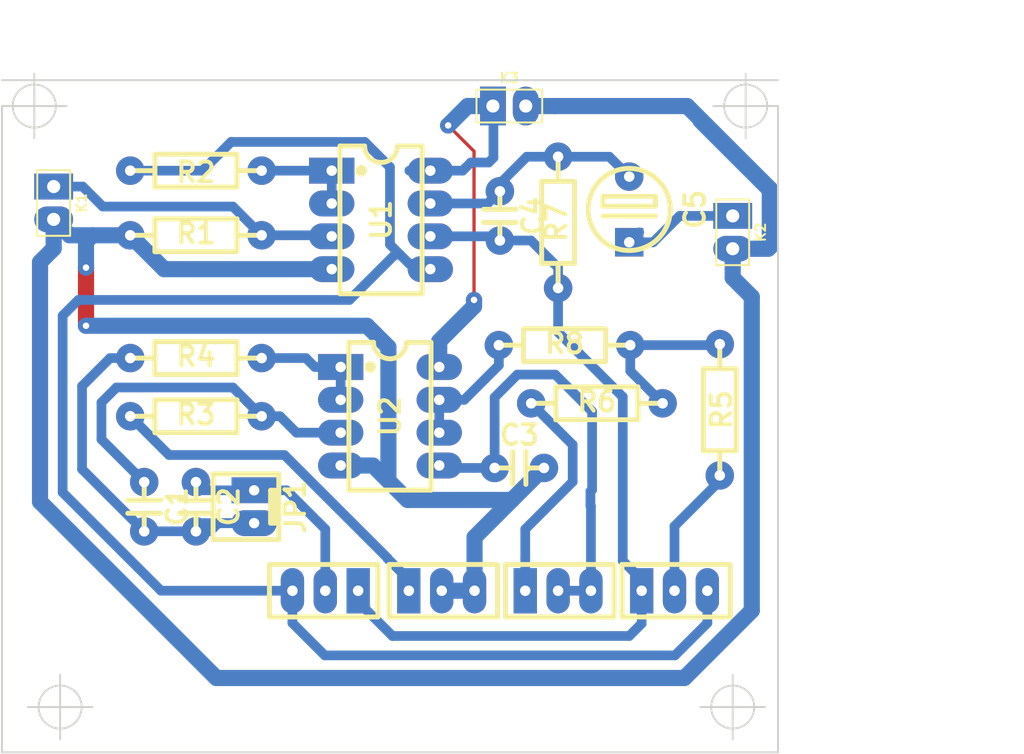
<source format=kicad_pcb>
(kicad_pcb (version 4) (host pcbnew 4.0.0-rc2-stable)

  (general
    (links 44)
    (no_connects 0)
    (area 172.399999 54.65 248 108.125012)
    (thickness 1.6)
    (drawings 17)
    (tracks 199)
    (zones 0)
    (modules 23)
    (nets 19)
  )

  (page A4)
  (layers
    (0 F.Cu signal)
    (31 B.Cu signal)
    (32 B.Adhes user)
    (33 F.Adhes user)
    (34 B.Paste user)
    (35 F.Paste user)
    (36 B.SilkS user)
    (37 F.SilkS user)
    (38 B.Mask user)
    (39 F.Mask user)
    (40 Dwgs.User user)
    (41 Cmts.User user)
    (42 Eco1.User user)
    (43 Eco2.User user hide)
    (44 Edge.Cuts user)
    (45 Margin user)
    (46 B.CrtYd user)
    (47 F.CrtYd user)
    (48 B.Fab user)
    (49 F.Fab user)
  )

  (setup
    (last_trace_width 0.25)
    (user_trace_width 0.75)
    (user_trace_width 1)
    (user_trace_width 1.25)
    (trace_clearance 0.75)
    (zone_clearance 0.75)
    (zone_45_only no)
    (trace_min 0.2)
    (segment_width 0.2)
    (edge_width 0.15)
    (via_size 0.6)
    (via_drill 0.4)
    (via_min_size 0.4)
    (via_min_drill 0.3)
    (user_via 1.25 0.5)
    (uvia_size 0.3)
    (uvia_drill 0.1)
    (uvias_allowed no)
    (uvia_min_size 0.2)
    (uvia_min_drill 0.1)
    (pcb_text_width 0.3)
    (pcb_text_size 1.5 1.5)
    (mod_edge_width 0.15)
    (mod_text_size 1 1)
    (mod_text_width 0.15)
    (pad_size 1.99898 2.99974)
    (pad_drill 1.016)
    (pad_to_mask_clearance 0.2)
    (aux_axis_origin 0 0)
    (visible_elements 7FFFFFFF)
    (pcbplotparams
      (layerselection 0x00030_80000001)
      (usegerberextensions false)
      (excludeedgelayer true)
      (linewidth 0.100000)
      (plotframeref false)
      (viasonmask false)
      (mode 1)
      (useauxorigin false)
      (hpglpennumber 1)
      (hpglpenspeed 20)
      (hpglpendiameter 15)
      (hpglpenoverlay 2)
      (psnegative false)
      (psa4output false)
      (plotreference true)
      (plotvalue true)
      (plotinvisibletext false)
      (padsonsilk false)
      (subtractmaskfromsilk false)
      (outputformat 1)
      (mirror false)
      (drillshape 1)
      (scaleselection 1)
      (outputdirectory ""))
  )

  (net 0 "")
  (net 1 "Net-(C4-Pad2)")
  (net 2 "Net-(C2-Pad1)")
  (net 3 "Net-(R2-Pad1)")
  (net 4 "Net-(C1-Pad2)")
  (net 5 "Net-(C1-Pad1)")
  (net 6 GND)
  (net 7 "Net-(C3-Pad1)")
  (net 8 "Net-(C4-Pad1)")
  (net 9 "Net-(C5-Pad-)")
  (net 10 "Net-(R6-Pad2)")
  (net 11 "Net-(R3-Pad2)")
  (net 12 "Net-(K1-Pad1)")
  (net 13 "Net-(R2-Pad2)")
  (net 14 "Net-(R4-Pad1)")
  (net 15 "Net-(R5-Pad1)")
  (net 16 "Net-(R5-Pad2)")
  (net 17 "Net-(R8-Pad2)")
  (net 18 +V)

  (net_class Default "This is the default net class."
    (clearance 0.75)
    (trace_width 0.25)
    (via_dia 0.6)
    (via_drill 0.4)
    (uvia_dia 0.3)
    (uvia_drill 0.1)
    (add_net +V)
    (add_net GND)
    (add_net "Net-(C1-Pad1)")
    (add_net "Net-(C1-Pad2)")
    (add_net "Net-(C2-Pad1)")
    (add_net "Net-(C3-Pad1)")
    (add_net "Net-(C4-Pad1)")
    (add_net "Net-(C4-Pad2)")
    (add_net "Net-(C5-Pad-)")
    (add_net "Net-(K1-Pad1)")
    (add_net "Net-(R2-Pad1)")
    (add_net "Net-(R2-Pad2)")
    (add_net "Net-(R3-Pad2)")
    (add_net "Net-(R4-Pad1)")
    (add_net "Net-(R5-Pad1)")
    (add_net "Net-(R5-Pad2)")
    (add_net "Net-(R6-Pad2)")
    (add_net "Net-(R8-Pad2)")
  )

  (module Konektori:K_3x1_PIN_R2,54 (layer F.Cu) (tedit 529C6A5F) (tstamp 56AA5071)
    (at 197.5 100 180)
    (path /569EBF7B)
    (fp_text reference bass1 (at -0.6096 -4.7752 180) (layer F.SilkS) hide
      (effects (font (thickness 0.3048)))
    )
    (fp_text value 10k (at 0 5.1308 180) (layer F.SilkS) hide
      (effects (font (thickness 0.3048)))
    )
    (fp_line (start 4.318 2.032) (end 4.318 -2.032) (layer F.SilkS) (width 0.381))
    (fp_line (start 4.318 -2.032) (end -4.064 -2.032) (layer F.SilkS) (width 0.381))
    (fp_line (start -4.064 -2.032) (end -4.064 2.032) (layer F.SilkS) (width 0.381))
    (fp_line (start -4.064 2.032) (end 4.318 2.032) (layer F.SilkS) (width 0.381))
    (pad 1 thru_hole rect (at -2.54 0 180) (size 1.80086 3.50012) (drill 0.8128) (layers *.Cu *.Mask)
      (net 1 "Net-(C4-Pad2)"))
    (pad 2 thru_hole oval (at 0 0 180) (size 1.80086 3.50012) (drill 0.8128) (layers *.Cu *.Mask)
      (net 2 "Net-(C2-Pad1)"))
    (pad 3 thru_hole oval (at 2.54 0 180) (size 1.80086 3.50012) (drill 0.8128) (layers *.Cu *.Mask)
      (net 3 "Net-(R2-Pad1)"))
    (model pin_array/pins_array_3x1.wrl
      (at (xyz 0 0 0))
      (scale (xyz 1 1 1))
      (rotate (xyz 0 0 0))
    )
  )

  (module "Elektronicki elementi:C_R3,81" (layer F.Cu) (tedit 4FFC5AF1) (tstamp 56AA5077)
    (at 183.5 93.5 270)
    (descr "Kondenzator. Raster = 3,81")
    (path /56A011FE)
    (fp_text reference C1 (at 0 -2.54 270) (layer F.SilkS)
      (effects (font (thickness 0.3048)))
    )
    (fp_text value 47n (at 0 2.54 270) (layer F.SilkS) hide
      (effects (font (thickness 0.3048)))
    )
    (fp_line (start 0.635 0) (end 1.905 0) (layer F.SilkS) (width 0.381))
    (fp_line (start -1.905 0) (end -0.635 0) (layer F.SilkS) (width 0.381))
    (fp_line (start 0.508 1.27) (end 0.508 -1.27) (layer F.SilkS) (width 0.381))
    (fp_line (start -0.508 -1.27) (end -0.508 1.27) (layer F.SilkS) (width 0.381))
    (pad 2 thru_hole circle (at 1.905 0 270) (size 2.19964 2.19964) (drill 0.8128) (layers *.Cu)
      (net 4 "Net-(C1-Pad2)"))
    (pad 1 thru_hole circle (at -1.905 0 270) (size 2.19964 2.19964) (drill 0.8128) (layers *.Cu)
      (net 5 "Net-(C1-Pad1)"))
  )

  (module "Elektronicki elementi:C_R3,81" (layer F.Cu) (tedit 4FFC5AF1) (tstamp 56AA507D)
    (at 187.5 93.5 270)
    (descr "Kondenzator. Raster = 3,81")
    (path /56A01279)
    (fp_text reference C2 (at 0 -2.54 270) (layer F.SilkS)
      (effects (font (thickness 0.3048)))
    )
    (fp_text value 4,7u (at 0 2.54 270) (layer F.SilkS) hide
      (effects (font (thickness 0.3048)))
    )
    (fp_line (start 0.635 0) (end 1.905 0) (layer F.SilkS) (width 0.381))
    (fp_line (start -1.905 0) (end -0.635 0) (layer F.SilkS) (width 0.381))
    (fp_line (start 0.508 1.27) (end 0.508 -1.27) (layer F.SilkS) (width 0.381))
    (fp_line (start -0.508 -1.27) (end -0.508 1.27) (layer F.SilkS) (width 0.381))
    (pad 2 thru_hole circle (at 1.905 0 270) (size 2.19964 2.19964) (drill 0.8128) (layers *.Cu)
      (net 4 "Net-(C1-Pad2)"))
    (pad 1 thru_hole circle (at -1.905 0 270) (size 2.19964 2.19964) (drill 0.8128) (layers *.Cu)
      (net 2 "Net-(C2-Pad1)"))
  )

  (module "Elektronicki elementi:C_R3,81" (layer F.Cu) (tedit 4FFC5AF1) (tstamp 56AA5083)
    (at 212.5 90.5)
    (descr "Kondenzator. Raster = 3,81")
    (path /56A002B0)
    (fp_text reference C3 (at 0 -2.54) (layer F.SilkS)
      (effects (font (thickness 0.3048)))
    )
    (fp_text value 1n (at 0 2.54) (layer F.SilkS) hide
      (effects (font (thickness 0.3048)))
    )
    (fp_line (start 0.635 0) (end 1.905 0) (layer F.SilkS) (width 0.381))
    (fp_line (start -1.905 0) (end -0.635 0) (layer F.SilkS) (width 0.381))
    (fp_line (start 0.508 1.27) (end 0.508 -1.27) (layer F.SilkS) (width 0.381))
    (fp_line (start -0.508 -1.27) (end -0.508 1.27) (layer F.SilkS) (width 0.381))
    (pad 2 thru_hole circle (at 1.905 0) (size 2.19964 2.19964) (drill 0.8128) (layers *.Cu)
      (net 6 GND))
    (pad 1 thru_hole circle (at -1.905 0) (size 2.19964 2.19964) (drill 0.8128) (layers *.Cu)
      (net 7 "Net-(C3-Pad1)"))
  )

  (module "Elektronicki elementi:C_R3,81" (layer F.Cu) (tedit 4FFC5AF1) (tstamp 56AA5089)
    (at 211 71 270)
    (descr "Kondenzator. Raster = 3,81")
    (path /569EBA29)
    (fp_text reference C4 (at 0 -2.54 270) (layer F.SilkS)
      (effects (font (thickness 0.3048)))
    )
    (fp_text value 220p (at 0 2.54 270) (layer F.SilkS) hide
      (effects (font (thickness 0.3048)))
    )
    (fp_line (start 0.635 0) (end 1.905 0) (layer F.SilkS) (width 0.381))
    (fp_line (start -1.905 0) (end -0.635 0) (layer F.SilkS) (width 0.381))
    (fp_line (start 0.508 1.27) (end 0.508 -1.27) (layer F.SilkS) (width 0.381))
    (fp_line (start -0.508 -1.27) (end -0.508 1.27) (layer F.SilkS) (width 0.381))
    (pad 2 thru_hole circle (at 1.905 0 270) (size 2.19964 2.19964) (drill 0.8128) (layers *.Cu)
      (net 1 "Net-(C4-Pad2)"))
    (pad 1 thru_hole circle (at -1.905 0 270) (size 2.19964 2.19964) (drill 0.8128) (layers *.Cu)
      (net 8 "Net-(C4-Pad1)"))
  )

  (module "Elektronicki elementi:CPOL_R5_D6,35" (layer F.Cu) (tedit 4D7161BE) (tstamp 56AA508F)
    (at 221 70.5 270)
    (descr "Polarizirani kondenzator. Raster = 5. Promjer = 6,35.")
    (path /569EB9A5)
    (fp_text reference C5 (at 0 -5.08 270) (layer F.SilkS)
      (effects (font (thickness 0.3048)))
    )
    (fp_text value 100u (at 0 5.08 270) (layer F.SilkS) hide
      (effects (font (thickness 0.3048)))
    )
    (fp_line (start 0.508 -2.032) (end 0.508 2.032) (layer F.SilkS) (width 0.381))
    (fp_line (start -0.254 -2.032) (end -1.016 -2.032) (layer F.SilkS) (width 0.381))
    (fp_line (start -1.016 -2.032) (end -1.016 2.032) (layer F.SilkS) (width 0.381))
    (fp_line (start -1.016 2.032) (end -0.254 2.032) (layer F.SilkS) (width 0.381))
    (fp_line (start -0.254 2.032) (end -0.254 -2.032) (layer F.SilkS) (width 0.381))
    (fp_circle (center 0 0) (end 3.175 0) (layer F.SilkS) (width 0.381))
    (pad + thru_hole circle (at -2.54 0 270) (size 2.19964 2.19964) (drill 0.8128) (layers *.Cu)
      (net 8 "Net-(C4-Pad1)"))
    (pad - thru_hole rect (at 2.54 0 270) (size 2.19964 2.19964) (drill 0.8128) (layers *.Cu)
      (net 9 "Net-(C5-Pad-)"))
  )

  (module Konektori:K_3x1_PIN_R2,54 (layer F.Cu) (tedit 529C6A5F) (tstamp 56AA5096)
    (at 215.5 100)
    (path /56A001F9)
    (fp_text reference freq1 (at -0.6096 -4.7752) (layer F.SilkS) hide
      (effects (font (thickness 0.3048)))
    )
    (fp_text value 10k (at 0 5.1308) (layer F.SilkS) hide
      (effects (font (thickness 0.3048)))
    )
    (fp_line (start 4.318 2.032) (end 4.318 -2.032) (layer F.SilkS) (width 0.381))
    (fp_line (start 4.318 -2.032) (end -4.064 -2.032) (layer F.SilkS) (width 0.381))
    (fp_line (start -4.064 -2.032) (end -4.064 2.032) (layer F.SilkS) (width 0.381))
    (fp_line (start -4.064 2.032) (end 4.318 2.032) (layer F.SilkS) (width 0.381))
    (pad 1 thru_hole rect (at -2.54 0) (size 1.80086 3.50012) (drill 0.8128) (layers *.Cu *.Mask)
      (net 10 "Net-(R6-Pad2)"))
    (pad 2 thru_hole oval (at 0 0) (size 1.80086 3.50012) (drill 0.8128) (layers *.Cu *.Mask)
      (net 7 "Net-(C3-Pad1)"))
    (pad 3 thru_hole oval (at 2.54 0) (size 1.80086 3.50012) (drill 0.8128) (layers *.Cu *.Mask)
      (net 7 "Net-(C3-Pad1)"))
    (model pin_array/pins_array_3x1.wrl
      (at (xyz 0 0 0))
      (scale (xyz 1 1 1))
      (rotate (xyz 0 0 0))
    )
  )

  (module Konektori:K_3x1_PIN_R2,54 (layer F.Cu) (tedit 529C6A5F) (tstamp 56AA509D)
    (at 206.5 100)
    (path /56A00FFC)
    (fp_text reference freq2 (at -0.6096 -4.7752) (layer F.SilkS) hide
      (effects (font (thickness 0.3048)))
    )
    (fp_text value 100k (at 0 5.1308) (layer F.SilkS) hide
      (effects (font (thickness 0.3048)))
    )
    (fp_line (start 4.318 2.032) (end 4.318 -2.032) (layer F.SilkS) (width 0.381))
    (fp_line (start 4.318 -2.032) (end -4.064 -2.032) (layer F.SilkS) (width 0.381))
    (fp_line (start -4.064 -2.032) (end -4.064 2.032) (layer F.SilkS) (width 0.381))
    (fp_line (start -4.064 2.032) (end 4.318 2.032) (layer F.SilkS) (width 0.381))
    (pad 1 thru_hole rect (at -2.54 0) (size 1.80086 3.50012) (drill 0.8128) (layers *.Cu *.Mask)
      (net 11 "Net-(R3-Pad2)"))
    (pad 2 thru_hole oval (at 0 0) (size 1.80086 3.50012) (drill 0.8128) (layers *.Cu *.Mask)
      (net 6 GND))
    (pad 3 thru_hole oval (at 2.54 0) (size 1.80086 3.50012) (drill 0.8128) (layers *.Cu *.Mask)
      (net 6 GND))
    (model pin_array/pins_array_3x1.wrl
      (at (xyz 0 0 0))
      (scale (xyz 1 1 1))
      (rotate (xyz 0 0 0))
    )
  )

  (module Konektori:K_2X1_VERT_KV_R2,54 (layer F.Cu) (tedit 4D63AB52) (tstamp 56AA50A3)
    (at 192 93.5 270)
    (descr "Konektor 2x1 vertikalni sa kvačicom. Raster = 2,54. Molex model: 6373.")
    (path /56AAA2A3)
    (fp_text reference JP1 (at 0 -3.175 270) (layer F.SilkS)
      (effects (font (thickness 0.3048)))
    )
    (fp_text value JP (at 0 4.445 270) (layer F.SilkS) hide
      (effects (font (thickness 0.3048)))
    )
    (fp_line (start 1.27 -1.778) (end -1.27 -1.778) (layer F.SilkS) (width 0.381))
    (fp_line (start -1.27 -1.524) (end 1.27 -1.524) (layer F.SilkS) (width 0.381))
    (fp_line (start -1.27 -1.905) (end -1.27 -1.27) (layer F.SilkS) (width 0.381))
    (fp_line (start -1.27 -1.27) (end 1.27 -1.27) (layer F.SilkS) (width 0.381))
    (fp_line (start 1.27 -1.27) (end 1.27 -1.905) (layer F.SilkS) (width 0.381))
    (fp_line (start -2.54 3.175) (end 2.54 3.175) (layer F.SilkS) (width 0.381))
    (fp_line (start -2.54 -1.905) (end 2.54 -1.905) (layer F.SilkS) (width 0.381))
    (fp_line (start 2.54 -1.905) (end 2.54 3.175) (layer F.SilkS) (width 0.381))
    (fp_line (start -2.54 3.175) (end -2.54 -1.905) (layer F.SilkS) (width 0.381))
    (pad 1 thru_hole rect (at -1.27 0 270) (size 1.99898 3.50012) (drill 0.8001) (layers *.Cu)
      (net 2 "Net-(C2-Pad1)"))
    (pad 2 thru_hole oval (at 1.27 0 270) (size 1.99898 3.50012) (drill 0.8001) (layers *.Cu)
      (net 4 "Net-(C1-Pad2)"))
    (model pin_array/pins_array_2x1.wrl
      (at (xyz 0 0 0))
      (scale (xyz 1 1 1))
      (rotate (xyz 0 0 0))
    )
  )

  (module Konektori:K_2x1 (layer F.Cu) (tedit 51BDFB59) (tstamp 56AA50A9)
    (at 176.5 70 270)
    (descr "Connecteurs 2 pins")
    (tags "CONN DEV")
    (path /569EAC73)
    (fp_text reference K1 (at 0 -2.159 270) (layer F.SilkS)
      (effects (font (size 0.762 0.762) (thickness 0.1524)))
    )
    (fp_text value K_2X1 (at 0 2.0955 270) (layer F.SilkS) hide
      (effects (font (size 0.762 0.762) (thickness 0.1524)))
    )
    (fp_line (start -2.54 1.27) (end -2.54 -1.27) (layer F.SilkS) (width 0.1524))
    (fp_line (start -2.54 -1.27) (end 2.54 -1.27) (layer F.SilkS) (width 0.1524))
    (fp_line (start 2.54 -1.27) (end 2.54 1.27) (layer F.SilkS) (width 0.1524))
    (fp_line (start 2.54 1.27) (end -2.54 1.27) (layer F.SilkS) (width 0.1524))
    (pad 1 thru_hole rect (at -1.27 0 270) (size 1.99898 2.99974) (drill 1.016) (layers *.Cu *.Mask)
      (net 12 "Net-(K1-Pad1)"))
    (pad 2 thru_hole oval (at 1.27 0 270) (size 1.99898 2.99974) (drill 1.016) (layers *.Cu *.Mask)
      (net 6 GND))
    (model pin_array/pins_array_2x1.wrl
      (at (xyz 0 0 0))
      (scale (xyz 1 1 1))
      (rotate (xyz 0 0 0))
    )
  )

  (module Konektori:K_2x1 (layer F.Cu) (tedit 51BDFB59) (tstamp 56AA50AF)
    (at 229 72.27 270)
    (descr "Connecteurs 2 pins")
    (tags "CONN DEV")
    (path /56A10AB0)
    (fp_text reference K2 (at 0 -2.159 270) (layer F.SilkS)
      (effects (font (size 0.762 0.762) (thickness 0.1524)))
    )
    (fp_text value K_2X1 (at 0 2.0955 270) (layer F.SilkS) hide
      (effects (font (size 0.762 0.762) (thickness 0.1524)))
    )
    (fp_line (start -2.54 1.27) (end -2.54 -1.27) (layer F.SilkS) (width 0.1524))
    (fp_line (start -2.54 -1.27) (end 2.54 -1.27) (layer F.SilkS) (width 0.1524))
    (fp_line (start 2.54 -1.27) (end 2.54 1.27) (layer F.SilkS) (width 0.1524))
    (fp_line (start 2.54 1.27) (end -2.54 1.27) (layer F.SilkS) (width 0.1524))
    (pad 1 thru_hole rect (at -1.27 0 270) (size 1.99898 2.99974) (drill 1.016) (layers *.Cu *.Mask)
      (net 9 "Net-(C5-Pad-)"))
    (pad 2 thru_hole oval (at 1.27 0 270) (size 1.99898 2.99974) (drill 1.016) (layers *.Cu *.Mask)
      (net 6 GND))
    (model pin_array/pins_array_2x1.wrl
      (at (xyz 0 0 0))
      (scale (xyz 1 1 1))
      (rotate (xyz 0 0 0))
    )
  )

  (module "Elektronicki elementi:R_MF_0,6W_R10" (layer F.Cu) (tedit 5355750D) (tstamp 56AA50B5)
    (at 187.5 72.5 180)
    (descr "Otpornik metalfilm 0,6W. Raster = 10,16.")
    (path /569E9C24)
    (fp_text reference R1 (at 0 0.127 180) (layer F.SilkS)
      (effects (font (thickness 0.3048)))
    )
    (fp_text value 100k (at 0 2.54 180) (layer F.SilkS) hide
      (effects (font (thickness 0.3048)))
    )
    (fp_line (start 3.175 0) (end 5.08 0) (layer F.SilkS) (width 0.381))
    (fp_line (start -5.08 0) (end -3.175 0) (layer F.SilkS) (width 0.381))
    (fp_line (start -3.175 -1.27) (end -3.175 1.27) (layer F.SilkS) (width 0.381))
    (fp_line (start -3.175 1.27) (end 3.175 1.27) (layer F.SilkS) (width 0.381))
    (fp_line (start 3.175 1.27) (end 3.175 -1.27) (layer F.SilkS) (width 0.381))
    (fp_line (start 3.175 -1.27) (end -3.175 -1.27) (layer F.SilkS) (width 0.381))
    (pad 1 thru_hole circle (at -5.08 0 180) (size 2.19964 2.19964) (drill 0.8128) (layers *.Cu *.Mask)
      (net 12 "Net-(K1-Pad1)"))
    (pad 2 thru_hole circle (at 5.08 0 180) (size 2.19964 2.19964) (drill 0.8128) (layers *.Cu *.Mask)
      (net 6 GND))
    (model discret/resistor.wrl
      (at (xyz 0 0 0))
      (scale (xyz 0.4 0.4 0.4))
      (rotate (xyz 0 0 0))
    )
  )

  (module "Elektronicki elementi:R_MF_0,6W_R10" (layer F.Cu) (tedit 5355750D) (tstamp 56AA50BB)
    (at 187.5 67.5)
    (descr "Otpornik metalfilm 0,6W. Raster = 10,16.")
    (path /569E9BD1)
    (fp_text reference R2 (at 0 0.127) (layer F.SilkS)
      (effects (font (thickness 0.3048)))
    )
    (fp_text value 3.3k (at 0 2.54) (layer F.SilkS) hide
      (effects (font (thickness 0.3048)))
    )
    (fp_line (start 3.175 0) (end 5.08 0) (layer F.SilkS) (width 0.381))
    (fp_line (start -5.08 0) (end -3.175 0) (layer F.SilkS) (width 0.381))
    (fp_line (start -3.175 -1.27) (end -3.175 1.27) (layer F.SilkS) (width 0.381))
    (fp_line (start -3.175 1.27) (end 3.175 1.27) (layer F.SilkS) (width 0.381))
    (fp_line (start 3.175 1.27) (end 3.175 -1.27) (layer F.SilkS) (width 0.381))
    (fp_line (start 3.175 -1.27) (end -3.175 -1.27) (layer F.SilkS) (width 0.381))
    (pad 1 thru_hole circle (at -5.08 0) (size 2.19964 2.19964) (drill 0.8128) (layers *.Cu *.Mask)
      (net 3 "Net-(R2-Pad1)"))
    (pad 2 thru_hole circle (at 5.08 0) (size 2.19964 2.19964) (drill 0.8128) (layers *.Cu *.Mask)
      (net 13 "Net-(R2-Pad2)"))
    (model discret/resistor.wrl
      (at (xyz 0 0 0))
      (scale (xyz 0.4 0.4 0.4))
      (rotate (xyz 0 0 0))
    )
  )

  (module "Elektronicki elementi:R_MF_0,6W_R10" (layer F.Cu) (tedit 5355750D) (tstamp 56AA50C1)
    (at 187.5 86.5 180)
    (descr "Otpornik metalfilm 0,6W. Raster = 10,16.")
    (path /569E9C75)
    (fp_text reference R3 (at 0 0.127 180) (layer F.SilkS)
      (effects (font (thickness 0.3048)))
    )
    (fp_text value 22k (at 0 2.54 180) (layer F.SilkS) hide
      (effects (font (thickness 0.3048)))
    )
    (fp_line (start 3.175 0) (end 5.08 0) (layer F.SilkS) (width 0.381))
    (fp_line (start -5.08 0) (end -3.175 0) (layer F.SilkS) (width 0.381))
    (fp_line (start -3.175 -1.27) (end -3.175 1.27) (layer F.SilkS) (width 0.381))
    (fp_line (start -3.175 1.27) (end 3.175 1.27) (layer F.SilkS) (width 0.381))
    (fp_line (start 3.175 1.27) (end 3.175 -1.27) (layer F.SilkS) (width 0.381))
    (fp_line (start 3.175 -1.27) (end -3.175 -1.27) (layer F.SilkS) (width 0.381))
    (pad 1 thru_hole circle (at -5.08 0 180) (size 2.19964 2.19964) (drill 0.8128) (layers *.Cu *.Mask)
      (net 5 "Net-(C1-Pad1)"))
    (pad 2 thru_hole circle (at 5.08 0 180) (size 2.19964 2.19964) (drill 0.8128) (layers *.Cu *.Mask)
      (net 11 "Net-(R3-Pad2)"))
    (model discret/resistor.wrl
      (at (xyz 0 0 0))
      (scale (xyz 0.4 0.4 0.4))
      (rotate (xyz 0 0 0))
    )
  )

  (module "Elektronicki elementi:R_MF_0,6W_R10" (layer F.Cu) (tedit 5355750D) (tstamp 56AA50C7)
    (at 187.5 82 180)
    (descr "Otpornik metalfilm 0,6W. Raster = 10,16.")
    (path /569E99CE)
    (fp_text reference R4 (at 0 0.127 180) (layer F.SilkS)
      (effects (font (thickness 0.3048)))
    )
    (fp_text value 1k (at 0 2.54 180) (layer F.SilkS) hide
      (effects (font (thickness 0.3048)))
    )
    (fp_line (start 3.175 0) (end 5.08 0) (layer F.SilkS) (width 0.381))
    (fp_line (start -5.08 0) (end -3.175 0) (layer F.SilkS) (width 0.381))
    (fp_line (start -3.175 -1.27) (end -3.175 1.27) (layer F.SilkS) (width 0.381))
    (fp_line (start -3.175 1.27) (end 3.175 1.27) (layer F.SilkS) (width 0.381))
    (fp_line (start 3.175 1.27) (end 3.175 -1.27) (layer F.SilkS) (width 0.381))
    (fp_line (start 3.175 -1.27) (end -3.175 -1.27) (layer F.SilkS) (width 0.381))
    (pad 1 thru_hole circle (at -5.08 0 180) (size 2.19964 2.19964) (drill 0.8128) (layers *.Cu *.Mask)
      (net 14 "Net-(R4-Pad1)"))
    (pad 2 thru_hole circle (at 5.08 0 180) (size 2.19964 2.19964) (drill 0.8128) (layers *.Cu *.Mask)
      (net 4 "Net-(C1-Pad2)"))
    (model discret/resistor.wrl
      (at (xyz 0 0 0))
      (scale (xyz 0.4 0.4 0.4))
      (rotate (xyz 0 0 0))
    )
  )

  (module "Elektronicki elementi:R_MF_0,6W_R10" (layer F.Cu) (tedit 5355750D) (tstamp 56AA50CD)
    (at 228 86 90)
    (descr "Otpornik metalfilm 0,6W. Raster = 10,16.")
    (path /569E9B43)
    (fp_text reference R5 (at 0 0.127 90) (layer F.SilkS)
      (effects (font (thickness 0.3048)))
    )
    (fp_text value 1k (at 0 2.54 90) (layer F.SilkS) hide
      (effects (font (thickness 0.3048)))
    )
    (fp_line (start 3.175 0) (end 5.08 0) (layer F.SilkS) (width 0.381))
    (fp_line (start -5.08 0) (end -3.175 0) (layer F.SilkS) (width 0.381))
    (fp_line (start -3.175 -1.27) (end -3.175 1.27) (layer F.SilkS) (width 0.381))
    (fp_line (start -3.175 1.27) (end 3.175 1.27) (layer F.SilkS) (width 0.381))
    (fp_line (start 3.175 1.27) (end 3.175 -1.27) (layer F.SilkS) (width 0.381))
    (fp_line (start 3.175 -1.27) (end -3.175 -1.27) (layer F.SilkS) (width 0.381))
    (pad 1 thru_hole circle (at -5.08 0 90) (size 2.19964 2.19964) (drill 0.8128) (layers *.Cu *.Mask)
      (net 15 "Net-(R5-Pad1)"))
    (pad 2 thru_hole circle (at 5.08 0 90) (size 2.19964 2.19964) (drill 0.8128) (layers *.Cu *.Mask)
      (net 16 "Net-(R5-Pad2)"))
    (model discret/resistor.wrl
      (at (xyz 0 0 0))
      (scale (xyz 0.4 0.4 0.4))
      (rotate (xyz 0 0 0))
    )
  )

  (module "Elektronicki elementi:R_MF_0,6W_R10" (layer F.Cu) (tedit 56AA57C6) (tstamp 56AA50D3)
    (at 218.5 85.5 180)
    (descr "Otpornik metalfilm 0,6W. Raster = 10,16.")
    (path /569E9CA8)
    (fp_text reference R6 (at 0 0.127 360) (layer F.SilkS)
      (effects (font (thickness 0.3048)))
    )
    (fp_text value 2,2k (at 0 2.54 180) (layer F.SilkS) hide
      (effects (font (thickness 0.3048)))
    )
    (fp_line (start 3.175 0) (end 5.08 0) (layer F.SilkS) (width 0.381))
    (fp_line (start -5.08 0) (end -3.175 0) (layer F.SilkS) (width 0.381))
    (fp_line (start -3.175 -1.27) (end -3.175 1.27) (layer F.SilkS) (width 0.381))
    (fp_line (start -3.175 1.27) (end 3.175 1.27) (layer F.SilkS) (width 0.381))
    (fp_line (start 3.175 1.27) (end 3.175 -1.27) (layer F.SilkS) (width 0.381))
    (fp_line (start 3.175 -1.27) (end -3.175 -1.27) (layer F.SilkS) (width 0.381))
    (pad 1 thru_hole circle (at -5.08 0 180) (size 2.19964 2.19964) (drill 0.8128) (layers *.Cu *.Mask)
      (net 16 "Net-(R5-Pad2)"))
    (pad 2 thru_hole circle (at 5.08 0 180) (size 2.19964 2.19964) (drill 0.8128) (layers *.Cu *.Mask)
      (net 10 "Net-(R6-Pad2)"))
    (model discret/resistor.wrl
      (at (xyz 0 0 0))
      (scale (xyz 0.4 0.4 0.4))
      (rotate (xyz 0 0 0))
    )
  )

  (module "Elektronicki elementi:R_MF_0,6W_R10" (layer F.Cu) (tedit 5355750D) (tstamp 56AA50D9)
    (at 215.5 71.5 270)
    (descr "Otpornik metalfilm 0,6W. Raster = 10,16.")
    (path /569E9CDD)
    (fp_text reference R7 (at 0 0.127 270) (layer F.SilkS)
      (effects (font (thickness 0.3048)))
    )
    (fp_text value 3,3k (at 0 2.54 270) (layer F.SilkS) hide
      (effects (font (thickness 0.3048)))
    )
    (fp_line (start 3.175 0) (end 5.08 0) (layer F.SilkS) (width 0.381))
    (fp_line (start -5.08 0) (end -3.175 0) (layer F.SilkS) (width 0.381))
    (fp_line (start -3.175 -1.27) (end -3.175 1.27) (layer F.SilkS) (width 0.381))
    (fp_line (start -3.175 1.27) (end 3.175 1.27) (layer F.SilkS) (width 0.381))
    (fp_line (start 3.175 1.27) (end 3.175 -1.27) (layer F.SilkS) (width 0.381))
    (fp_line (start 3.175 -1.27) (end -3.175 -1.27) (layer F.SilkS) (width 0.381))
    (pad 1 thru_hole circle (at -5.08 0 270) (size 2.19964 2.19964) (drill 0.8128) (layers *.Cu *.Mask)
      (net 8 "Net-(C4-Pad1)"))
    (pad 2 thru_hole circle (at 5.08 0 270) (size 2.19964 2.19964) (drill 0.8128) (layers *.Cu *.Mask)
      (net 1 "Net-(C4-Pad2)"))
    (model discret/resistor.wrl
      (at (xyz 0 0 0))
      (scale (xyz 0.4 0.4 0.4))
      (rotate (xyz 0 0 0))
    )
  )

  (module "Elektronicki elementi:R_MF_0,6W_R10" (layer F.Cu) (tedit 5355750D) (tstamp 56AA50DF)
    (at 216 81 180)
    (descr "Otpornik metalfilm 0,6W. Raster = 10,16.")
    (path /569E9B92)
    (fp_text reference R8 (at 0 0.127 180) (layer F.SilkS)
      (effects (font (thickness 0.3048)))
    )
    (fp_text value 100 (at 0 2.54 180) (layer F.SilkS) hide
      (effects (font (thickness 0.3048)))
    )
    (fp_line (start 3.175 0) (end 5.08 0) (layer F.SilkS) (width 0.381))
    (fp_line (start -5.08 0) (end -3.175 0) (layer F.SilkS) (width 0.381))
    (fp_line (start -3.175 -1.27) (end -3.175 1.27) (layer F.SilkS) (width 0.381))
    (fp_line (start -3.175 1.27) (end 3.175 1.27) (layer F.SilkS) (width 0.381))
    (fp_line (start 3.175 1.27) (end 3.175 -1.27) (layer F.SilkS) (width 0.381))
    (fp_line (start 3.175 -1.27) (end -3.175 -1.27) (layer F.SilkS) (width 0.381))
    (pad 1 thru_hole circle (at -5.08 0 180) (size 2.19964 2.19964) (drill 0.8128) (layers *.Cu *.Mask)
      (net 16 "Net-(R5-Pad2)"))
    (pad 2 thru_hole circle (at 5.08 0 180) (size 2.19964 2.19964) (drill 0.8128) (layers *.Cu *.Mask)
      (net 17 "Net-(R8-Pad2)"))
    (model discret/resistor.wrl
      (at (xyz 0 0 0))
      (scale (xyz 0.4 0.4 0.4))
      (rotate (xyz 0 0 0))
    )
  )

  (module Konektori:K_3x1_PIN_R2,54 (layer F.Cu) (tedit 529C6A5F) (tstamp 56AA50E6)
    (at 224.5 100)
    (path /569EB5D5)
    (fp_text reference treble1 (at -0.6096 -4.7752) (layer F.SilkS) hide
      (effects (font (thickness 0.3048)))
    )
    (fp_text value 10k (at 0 5.1308) (layer F.SilkS) hide
      (effects (font (thickness 0.3048)))
    )
    (fp_line (start 4.318 2.032) (end 4.318 -2.032) (layer F.SilkS) (width 0.381))
    (fp_line (start 4.318 -2.032) (end -4.064 -2.032) (layer F.SilkS) (width 0.381))
    (fp_line (start -4.064 -2.032) (end -4.064 2.032) (layer F.SilkS) (width 0.381))
    (fp_line (start -4.064 2.032) (end 4.318 2.032) (layer F.SilkS) (width 0.381))
    (pad 1 thru_hole rect (at -2.54 0) (size 1.80086 3.50012) (drill 0.8128) (layers *.Cu *.Mask)
      (net 1 "Net-(C4-Pad2)"))
    (pad 2 thru_hole oval (at 0 0) (size 1.80086 3.50012) (drill 0.8128) (layers *.Cu *.Mask)
      (net 15 "Net-(R5-Pad1)"))
    (pad 3 thru_hole oval (at 2.54 0) (size 1.80086 3.50012) (drill 0.8128) (layers *.Cu *.Mask)
      (net 3 "Net-(R2-Pad1)"))
    (model pin_array/pins_array_3x1.wrl
      (at (xyz 0 0 0))
      (scale (xyz 1 1 1))
      (rotate (xyz 0 0 0))
    )
  )

  (module "Elektronicki elementi:DIP-8" (layer F.Cu) (tedit 50106D41) (tstamp 56AA50F2)
    (at 201.81 71.31 270)
    (path /569E97A2)
    (fp_text reference U1 (at 0 0 270) (layer F.SilkS)
      (effects (font (thickness 0.3048)))
    )
    (fp_text value TL072 (at 0 7.62 270) (layer F.SilkS) hide
      (effects (font (thickness 0.3048)))
    )
    (fp_arc (start -5.715 0) (end -4.445 0) (angle 90) (layer F.SilkS) (width 0.381))
    (fp_arc (start -5.715 0) (end -5.715 -1.27) (angle 90) (layer F.SilkS) (width 0.381))
    (fp_line (start -5.715 -3.175) (end -5.715 -1.27) (layer F.SilkS) (width 0.381))
    (fp_line (start -5.715 1.27) (end -5.715 3.175) (layer F.SilkS) (width 0.381))
    (fp_line (start -5.715 3.175) (end 5.715 3.175) (layer F.SilkS) (width 0.381))
    (fp_line (start 5.715 3.175) (end 5.715 -3.175) (layer F.SilkS) (width 0.381))
    (fp_line (start 5.715 -3.175) (end -5.715 -3.175) (layer F.SilkS) (width 0.381))
    (fp_line (start -4.064 1.524) (end -3.556 1.524) (layer F.SilkS) (width 0.381))
    (fp_circle (center -3.81 1.524) (end -3.556 1.524) (layer F.SilkS) (width 0.381))
    (pad 1 thru_hole rect (at -3.81 3.81 270) (size 1.99898 3.50012) (drill 0.8128) (layers *.Cu)
      (net 13 "Net-(R2-Pad2)"))
    (pad 2 thru_hole oval (at -1.27 3.81 270) (size 1.99898 3.50012) (drill 0.8128) (layers *.Cu)
      (net 13 "Net-(R2-Pad2)"))
    (pad 3 thru_hole oval (at 1.27 3.81 270) (size 1.99898 3.50012) (drill 0.8128) (layers *.Cu)
      (net 12 "Net-(K1-Pad1)"))
    (pad 4 thru_hole oval (at 3.81 3.81 270) (size 1.99898 3.50012) (drill 0.8128) (layers *.Cu)
      (net 6 GND))
    (pad 5 thru_hole oval (at 3.81 -3.81 270) (size 1.99898 3.50012) (drill 0.8128) (layers *.Cu)
      (net 3 "Net-(R2-Pad1)"))
    (pad 6 thru_hole oval (at 1.27 -3.81 270) (size 1.99898 3.50012) (drill 0.8128) (layers *.Cu)
      (net 1 "Net-(C4-Pad2)"))
    (pad 7 thru_hole oval (at -1.27 -3.81 270) (size 1.99898 3.50012) (drill 0.8128) (layers *.Cu)
      (net 8 "Net-(C4-Pad1)"))
    (pad 8 thru_hole oval (at -3.81 -3.81 270) (size 1.99898 3.50012) (drill 0.8128) (layers *.Cu)
      (net 18 +V))
    (model dil/dil_8.wrl
      (at (xyz 0 0 0))
      (scale (xyz 1 1 1))
      (rotate (xyz 0 0 0))
    )
  )

  (module "Elektronicki elementi:DIP-8" (layer F.Cu) (tedit 50106D41) (tstamp 56AA50FE)
    (at 202.5 86.5 270)
    (path /569E98A8)
    (fp_text reference U2 (at 0 0 270) (layer F.SilkS)
      (effects (font (thickness 0.3048)))
    )
    (fp_text value TL072 (at 0 7.62 270) (layer F.SilkS) hide
      (effects (font (thickness 0.3048)))
    )
    (fp_arc (start -5.715 0) (end -4.445 0) (angle 90) (layer F.SilkS) (width 0.381))
    (fp_arc (start -5.715 0) (end -5.715 -1.27) (angle 90) (layer F.SilkS) (width 0.381))
    (fp_line (start -5.715 -3.175) (end -5.715 -1.27) (layer F.SilkS) (width 0.381))
    (fp_line (start -5.715 1.27) (end -5.715 3.175) (layer F.SilkS) (width 0.381))
    (fp_line (start -5.715 3.175) (end 5.715 3.175) (layer F.SilkS) (width 0.381))
    (fp_line (start 5.715 3.175) (end 5.715 -3.175) (layer F.SilkS) (width 0.381))
    (fp_line (start 5.715 -3.175) (end -5.715 -3.175) (layer F.SilkS) (width 0.381))
    (fp_line (start -4.064 1.524) (end -3.556 1.524) (layer F.SilkS) (width 0.381))
    (fp_circle (center -3.81 1.524) (end -3.556 1.524) (layer F.SilkS) (width 0.381))
    (pad 1 thru_hole rect (at -3.81 3.81 270) (size 1.99898 3.50012) (drill 0.8128) (layers *.Cu)
      (net 14 "Net-(R4-Pad1)"))
    (pad 2 thru_hole oval (at -1.27 3.81 270) (size 1.99898 3.50012) (drill 0.8128) (layers *.Cu)
      (net 14 "Net-(R4-Pad1)"))
    (pad 3 thru_hole oval (at 1.27 3.81 270) (size 1.99898 3.50012) (drill 0.8128) (layers *.Cu)
      (net 5 "Net-(C1-Pad1)"))
    (pad 4 thru_hole oval (at 3.81 3.81 270) (size 1.99898 3.50012) (drill 0.8128) (layers *.Cu)
      (net 6 GND))
    (pad 5 thru_hole oval (at 3.81 -3.81 270) (size 1.99898 3.50012) (drill 0.8128) (layers *.Cu)
      (net 7 "Net-(C3-Pad1)"))
    (pad 6 thru_hole oval (at 1.27 -3.81 270) (size 1.99898 3.50012) (drill 0.8128) (layers *.Cu)
      (net 17 "Net-(R8-Pad2)"))
    (pad 7 thru_hole oval (at -1.27 -3.81 270) (size 1.99898 3.50012) (drill 0.8128) (layers *.Cu)
      (net 17 "Net-(R8-Pad2)"))
    (pad 8 thru_hole oval (at -3.81 -3.81 270) (size 1.99898 3.50012) (drill 0.8128) (layers *.Cu)
      (net 18 +V))
    (model dil/dil_8.wrl
      (at (xyz 0 0 0))
      (scale (xyz 1 1 1))
      (rotate (xyz 0 0 0))
    )
  )

  (module Konektori:K_2x1 (layer F.Cu) (tedit 56AA6217) (tstamp 56AA66BE)
    (at 211.73 62.5)
    (descr "Connecteurs 2 pins")
    (tags "CONN DEV")
    (path /51BD84B4)
    (fp_text reference K3 (at 0 -2.159) (layer F.SilkS)
      (effects (font (size 0.762 0.762) (thickness 0.1524)))
    )
    (fp_text value K_2X1 (at 0 2.0955) (layer F.SilkS) hide
      (effects (font (size 0.762 0.762) (thickness 0.1524)))
    )
    (fp_line (start -2.54 1.27) (end -2.54 -1.27) (layer F.SilkS) (width 0.1524))
    (fp_line (start -2.54 -1.27) (end 2.54 -1.27) (layer F.SilkS) (width 0.1524))
    (fp_line (start 2.54 -1.27) (end 2.54 1.27) (layer F.SilkS) (width 0.1524))
    (fp_line (start 2.54 1.27) (end -2.54 1.27) (layer F.SilkS) (width 0.1524))
    (pad 1 thru_hole rect (at -1.27 0) (size 1.99898 2.99974) (drill 1.016) (layers *.Cu *.Mask)
      (net 18 +V))
    (pad 2 thru_hole oval (at 1.27 0) (size 1.99898 2.99974) (drill 1.016) (layers *.Cu *.Mask)
      (net 6 GND))
    (model pin_array/pins_array_2x1.wrl
      (at (xyz 0 0 0))
      (scale (xyz 1 1 1))
      (rotate (xyz 0 0 0))
    )
  )

  (target plus (at 177 109) (size 5) (width 0.15) (layer Edge.Cuts))
  (target plus (at 229 109) (size 5) (width 0.15) (layer Edge.Cuts))
  (dimension 50 (width 0.3) (layer Margin)
    (gr_text "50,000 mm" (at 248.85 87.5 90) (layer Margin)
      (effects (font (size 1.5 1.5) (thickness 0.3)))
    )
    (feature1 (pts (xy 232.5 62.5) (xy 250.2 62.5)))
    (feature2 (pts (xy 232.5 112.5) (xy 250.2 112.5)))
    (crossbar (pts (xy 247.5 112.5) (xy 247.5 62.5)))
    (arrow1a (pts (xy 247.5 62.5) (xy 248.086421 63.626504)))
    (arrow1b (pts (xy 247.5 62.5) (xy 246.913579 63.626504)))
    (arrow2a (pts (xy 247.5 112.5) (xy 248.086421 111.373496)))
    (arrow2b (pts (xy 247.5 112.5) (xy 246.913579 111.373496)))
  )
  (gr_line (start 232.5 112.5) (end 232.5 107.5) (angle 90) (layer Edge.Cuts) (width 0.15))
  (gr_line (start 172.5 112.5) (end 232.5 112.5) (angle 90) (layer Edge.Cuts) (width 0.15))
  (gr_line (start 172.5 107.5) (end 172.5 112.5) (angle 90) (layer Edge.Cuts) (width 0.15))
  (target plus (at 230 62.5) (size 5) (width 0.15) (layer Edge.Cuts))
  (target plus (at 175 62.5) (size 5) (width 0.15) (layer Edge.Cuts))
  (gr_line (start 172.5 60.5) (end 232.5 60.5) (layer Edge.Cuts) (width 0.15))
  (gr_line (start 172.5 107.5) (end 172.5 62.5) (layer Edge.Cuts) (width 0.15))
  (gr_line (start 232.5 62.5) (end 232.5 107.5) (layer Edge.Cuts) (width 0.15))
  (dimension 45 (width 0.3) (layer Margin)
    (gr_text "45,000 mm" (at 241.35 85 270) (layer Margin)
      (effects (font (size 1.5 1.5) (thickness 0.3)))
    )
    (feature1 (pts (xy 232.5 107.5) (xy 242.7 107.5)))
    (feature2 (pts (xy 232.5 62.5) (xy 242.7 62.5)))
    (crossbar (pts (xy 240 62.5) (xy 240 107.5)))
    (arrow1a (pts (xy 240 107.5) (xy 239.413579 106.373496)))
    (arrow1b (pts (xy 240 107.5) (xy 240.586421 106.373496)))
    (arrow2a (pts (xy 240 62.5) (xy 239.413579 63.626504)))
    (arrow2b (pts (xy 240 62.5) (xy 240.586421 63.626504)))
  )
  (dimension 60 (width 0.3) (layer Margin)
    (gr_text "60,000 mm" (at 202.5 56.15) (layer Margin)
      (effects (font (size 1.5 1.5) (thickness 0.3)))
    )
    (feature1 (pts (xy 232.5 62.5) (xy 232.5 54.8)))
    (feature2 (pts (xy 172.5 62.5) (xy 172.5 54.8)))
    (crossbar (pts (xy 172.5 57.5) (xy 232.5 57.5)))
    (arrow1a (pts (xy 232.5 57.5) (xy 231.373496 58.086421)))
    (arrow1b (pts (xy 232.5 57.5) (xy 231.373496 56.913579)))
    (arrow2a (pts (xy 172.5 57.5) (xy 173.626504 58.086421)))
    (arrow2b (pts (xy 172.5 57.5) (xy 173.626504 56.913579)))
  )
  (gr_line (start 232.5 62.5) (end 172.5 62.5) (layer Eco2.User) (width 0.2))
  (gr_line (start 232.5 107.5) (end 232.5 62.5) (layer Eco2.User) (width 0.2))
  (gr_line (start 172.5 107.5) (end 232.5 107.5) (layer Eco2.User) (width 0.2))
  (gr_line (start 172.5 62.5) (end 172.5 107.5) (layer Eco2.User) (width 0.2))

  (segment (start 200.04 100) (end 200.04 100.84963) (width 0.75) (layer B.Cu) (net 1))
  (segment (start 200.04 100.84963) (end 202.69037 103.5) (width 0.75) (layer B.Cu) (net 1))
  (segment (start 202.69037 103.5) (end 221 103.5) (width 0.75) (layer B.Cu) (net 1))
  (segment (start 221 103.5) (end 221.96 102.54) (width 0.75) (layer B.Cu) (net 1))
  (segment (start 221.96 102.54) (end 221.96 100) (width 0.75) (layer B.Cu) (net 1))
  (segment (start 220.5 85) (end 215.5 80) (width 0.75) (layer B.Cu) (net 1))
  (segment (start 215.5 80) (end 215.5 76.58) (width 0.75) (layer B.Cu) (net 1))
  (segment (start 220.5 97.69037) (end 220.5 85) (width 0.75) (layer B.Cu) (net 1))
  (segment (start 221.96 100) (end 221.96 99.15037) (width 0.75) (layer B.Cu) (net 1))
  (segment (start 221.96 99.15037) (end 220.5 97.69037) (width 0.75) (layer B.Cu) (net 1))
  (segment (start 211 72.905) (end 213.405 72.905) (width 0.75) (layer B.Cu) (net 1))
  (segment (start 215.5 75) (end 215.5 76.58) (width 0.75) (layer B.Cu) (net 1) (tstamp 56AA53CB))
  (segment (start 213.405 72.905) (end 215.5 75) (width 0.75) (layer B.Cu) (net 1) (tstamp 56AA53CA))
  (segment (start 205.62 72.58) (end 210.675 72.58) (width 0.75) (layer B.Cu) (net 1))
  (segment (start 210.675 72.58) (end 211 72.905) (width 0.75) (layer B.Cu) (net 1) (tstamp 56AA53C7))
  (segment (start 197.5 100) (end 197.5 95.22994) (width 0.75) (layer B.Cu) (net 2))
  (segment (start 197.5 95.22994) (end 194.50006 92.23) (width 0.75) (layer B.Cu) (net 2))
  (segment (start 194.50006 92.23) (end 192 92.23) (width 0.75) (layer B.Cu) (net 2))
  (segment (start 192 92.23) (end 188.135 92.23) (width 0.75) (layer B.Cu) (net 2))
  (segment (start 188.135 92.23) (end 187.5 91.595) (width 0.75) (layer B.Cu) (net 2) (tstamp 56AA5613))
  (segment (start 199.375066 77.5) (end 202.875066 74) (width 0.75) (layer B.Cu) (net 3))
  (segment (start 177.195159 78.714839) (end 178.409998 77.5) (width 0.75) (layer B.Cu) (net 3))
  (segment (start 194.96 100) (end 184.802264 100) (width 0.75) (layer B.Cu) (net 3))
  (segment (start 178.409998 77.5) (end 199.375066 77.5) (width 0.75) (layer B.Cu) (net 3))
  (segment (start 184.802264 100) (end 177.195159 92.392895) (width 0.75) (layer B.Cu) (net 3))
  (segment (start 177.195159 92.392895) (end 177.195159 78.714839) (width 0.75) (layer B.Cu) (net 3))
  (segment (start 202.49999 73.215056) (end 203.284934 74) (width 0.75) (layer B.Cu) (net 3))
  (segment (start 203.284934 74) (end 203.989434 74.7045) (width 0.75) (layer B.Cu) (net 3))
  (segment (start 202.875066 74) (end 203.284934 74) (width 0.75) (layer B.Cu) (net 3))
  (segment (start 224.54006 105) (end 197.45994 105) (width 0.75) (layer B.Cu) (net 3))
  (segment (start 197.45994 105) (end 194.96 102.50006) (width 0.75) (layer B.Cu) (net 3))
  (segment (start 194.96 102.50006) (end 194.96 100) (width 0.75) (layer B.Cu) (net 3))
  (segment (start 227.04 100) (end 227.04 102.50006) (width 0.75) (layer B.Cu) (net 3))
  (segment (start 227.04 102.50006) (end 224.54006 105) (width 0.75) (layer B.Cu) (net 3))
  (segment (start 188 67.5) (end 190.224821 65.275179) (width 0.75) (layer B.Cu) (net 3))
  (segment (start 190.224821 65.275179) (end 200.549731 65.275179) (width 0.75) (layer B.Cu) (net 3))
  (segment (start 200.549731 65.275179) (end 202.49999 67.225438) (width 0.75) (layer B.Cu) (net 3))
  (segment (start 202.49999 67.225438) (end 202.49999 73.215056) (width 0.75) (layer B.Cu) (net 3))
  (segment (start 203.989434 74.7045) (end 205.62 74.7045) (width 0.75) (layer B.Cu) (net 3))
  (segment (start 205.62 74.7045) (end 205.62 75.12) (width 0.75) (layer B.Cu) (net 3))
  (segment (start 182.42 67.5) (end 188 67.5) (width 0.75) (layer B.Cu) (net 3))
  (segment (start 178.695168 84.169452) (end 180.86462 82) (width 0.75) (layer B.Cu) (net 4))
  (segment (start 178.695168 90.600168) (end 178.695168 84.169452) (width 0.75) (layer B.Cu) (net 4))
  (segment (start 180.86462 82) (end 182.42 82) (width 0.75) (layer B.Cu) (net 4))
  (segment (start 183.5 95.405) (end 178.695168 90.600168) (width 0.75) (layer B.Cu) (net 4))
  (segment (start 192 94.77) (end 188.135 94.77) (width 0.75) (layer B.Cu) (net 4))
  (segment (start 188.135 94.77) (end 187.5 95.405) (width 0.75) (layer B.Cu) (net 4) (tstamp 56AA5642))
  (segment (start 183.5 95.405) (end 187.5 95.405) (width 0.75) (layer B.Cu) (net 4))
  (segment (start 182.42 82) (end 182.5 82) (width 0.75) (layer B.Cu) (net 4))
  (segment (start 183.405 95.5) (end 183.5 95.405) (width 0.75) (layer B.Cu) (net 4) (tstamp 56AA5403))
  (segment (start 187.5 95.405) (end 188.595 95.405) (width 0.75) (layer B.Cu) (net 4))
  (segment (start 188.595 95.405) (end 189.23 94.77) (width 0.75) (layer B.Cu) (net 4) (tstamp 56AA53FB))
  (segment (start 189.23 94.77) (end 192 94.77) (width 0.75) (layer B.Cu) (net 4) (tstamp 56AA53FD))
  (segment (start 183.5 91.595) (end 180.195179 88.290179) (width 0.75) (layer B.Cu) (net 5))
  (segment (start 180.195179 88.290179) (end 180.195179 85.432085) (width 0.75) (layer B.Cu) (net 5))
  (segment (start 180.195179 85.432085) (end 181.352085 84.275179) (width 0.75) (layer B.Cu) (net 5))
  (segment (start 191.480181 85.400181) (end 192.58 86.5) (width 0.75) (layer B.Cu) (net 5))
  (segment (start 181.352085 84.275179) (end 190.355179 84.275179) (width 0.75) (layer B.Cu) (net 5))
  (segment (start 190.355179 84.275179) (end 191.480181 85.400181) (width 0.75) (layer B.Cu) (net 5))
  (segment (start 183.5 91.595) (end 183.905 91.595) (width 0.75) (layer B.Cu) (net 5))
  (segment (start 183.5 91.595) (end 183.5 91.5) (width 0.75) (layer B.Cu) (net 5))
  (segment (start 192.58 86.5) (end 194 86.5) (width 0.75) (layer B.Cu) (net 5))
  (segment (start 195.27 87.77) (end 198.69 87.77) (width 0.75) (layer B.Cu) (net 5) (tstamp 56AA53F2))
  (segment (start 194 86.5) (end 195.27 87.77) (width 0.75) (layer B.Cu) (net 5) (tstamp 56AA53F1))
  (segment (start 179 79.5) (end 179 75) (width 1.25) (layer F.Cu) (net 6))
  (segment (start 182.42 72.5) (end 185.04 75.12) (width 1.25) (layer B.Cu) (net 6))
  (segment (start 185.04 75.12) (end 198 75.12) (width 1.25) (layer B.Cu) (net 6))
  (segment (start 177.73 72.5) (end 179.5 72.5) (width 1.25) (layer B.Cu) (net 6))
  (segment (start 179.5 72.5) (end 182.42 72.5) (width 1.25) (layer B.Cu) (net 6))
  (segment (start 179 75) (end 179 73) (width 1.25) (layer B.Cu) (net 6))
  (segment (start 179 73) (end 179.5 72.5) (width 1.25) (layer B.Cu) (net 6))
  (segment (start 176.5 71.27) (end 177.73 72.5) (width 1.25) (layer B.Cu) (net 6))
  (segment (start 202.38006 87) (end 202.38006 91.5) (width 1.25) (layer B.Cu) (net 6))
  (via (at 179 79.5) (size 1.25) (drill 0.5) (layers F.Cu B.Cu) (net 6))
  (segment (start 202.38006 81.155508) (end 202.38006 87) (width 1.25) (layer B.Cu) (net 6))
  (segment (start 200.724552 79.5) (end 202.38006 81.155508) (width 1.25) (layer B.Cu) (net 6))
  (segment (start 179 79.5) (end 200.724552 79.5) (width 1.25) (layer B.Cu) (net 6))
  (segment (start 201.5 90.61994) (end 201.88006 91) (width 0.75) (layer B.Cu) (net 6))
  (segment (start 201.19006 90.31) (end 201.5 90.61994) (width 0.75) (layer B.Cu) (net 6))
  (segment (start 201.5 90.61994) (end 203.854881 92.974821) (width 1.25) (layer B.Cu) (net 6))
  (segment (start 203.854881 92.974821) (end 211.879821 92.974821) (width 1.25) (layer B.Cu) (net 6))
  (segment (start 211.879821 92.974821) (end 211.905 93) (width 1.25) (layer B.Cu) (net 6))
  (segment (start 198.69 90.31) (end 201.19006 90.31) (width 1.25) (layer B.Cu) (net 6))
  (segment (start 209.04 100) (end 209.04 95.865) (width 1.25) (layer B.Cu) (net 6))
  (segment (start 209.04 95.865) (end 214.405 90.5) (width 1.25) (layer B.Cu) (net 6))
  (segment (start 206.5 100) (end 209.04 100) (width 1.25) (layer B.Cu) (net 6))
  (segment (start 229 73.54) (end 231.74987 73.54) (width 1.25) (layer B.Cu) (net 6))
  (segment (start 231.74987 73.54) (end 231.874871 73.414999) (width 1.25) (layer B.Cu) (net 6))
  (segment (start 231.874871 73.414999) (end 231.874871 68.900509) (width 1.25) (layer B.Cu) (net 6))
  (segment (start 215.24949 62.5) (end 213 62.5) (width 1.25) (layer B.Cu) (net 6))
  (segment (start 231.874871 68.900509) (end 225.474362 62.5) (width 1.25) (layer B.Cu) (net 6))
  (segment (start 225.474362 62.5) (end 215.24949 62.5) (width 1.25) (layer B.Cu) (net 6))
  (segment (start 176.5 71.27) (end 176.5 73.51949) (width 1.25) (layer B.Cu) (net 6))
  (segment (start 176.5 73.51949) (end 175.445149 74.574341) (width 1.25) (layer B.Cu) (net 6))
  (segment (start 175.445149 74.574341) (end 175.445149 93.117772) (width 1.25) (layer B.Cu) (net 6))
  (segment (start 175.445149 93.117772) (end 189.077387 106.75001) (width 1.25) (layer B.Cu) (net 6))
  (segment (start 189.077387 106.75001) (end 225.264937 106.75001) (width 1.25) (layer B.Cu) (net 6))
  (segment (start 225.264937 106.75001) (end 230.474821 101.540126) (width 1.25) (layer B.Cu) (net 6))
  (segment (start 230.474821 101.540126) (end 230.474821 77.264311) (width 1.25) (layer B.Cu) (net 6))
  (segment (start 229 75.78949) (end 229 73.54) (width 1.25) (layer B.Cu) (net 6))
  (segment (start 230.474821 77.264311) (end 229 75.78949) (width 1.25) (layer B.Cu) (net 6))
  (segment (start 201.88006 91) (end 202.38006 91.5) (width 0.75) (layer B.Cu) (net 6))
  (segment (start 202.38006 91.5) (end 202.5 91.61994) (width 0.75) (layer B.Cu) (net 6))
  (segment (start 179 72.5) (end 179 74) (width 0.75) (layer B.Cu) (net 6))
  (via (at 179 75) (size 1.25) (drill 0.5) (layers F.Cu B.Cu) (net 6))
  (segment (start 179 74) (end 179 75) (width 0.75) (layer B.Cu) (net 6) (tstamp 56AA5BBE))
  (segment (start 202.5 91.61994) (end 203.88006 93) (width 0.75) (layer B.Cu) (net 6))
  (segment (start 229 73.54) (end 231.24987 73.54) (width 0.75) (layer B.Cu) (net 6))
  (segment (start 231.24987 73.54) (end 231.624871 73.164999) (width 0.75) (layer B.Cu) (net 6))
  (segment (start 231.624871 73.164999) (end 231.624871 69.100509) (width 0.75) (layer B.Cu) (net 6))
  (segment (start 231.624871 69.100509) (end 226.299531 63.775169) (width 0.75) (layer B.Cu) (net 6))
  (segment (start 177.73 72.5) (end 179 72.5) (width 0.75) (layer B.Cu) (net 6))
  (segment (start 179 72.5) (end 182.42 72.5) (width 0.75) (layer B.Cu) (net 6) (tstamp 56AA5BBC))
  (segment (start 209.04 95.865) (end 211.905 93) (width 0.75) (layer B.Cu) (net 6))
  (segment (start 211.905 93) (end 214.405 90.5) (width 0.75) (layer B.Cu) (net 6))
  (segment (start 203.88006 93) (end 211.905 93) (width 0.75) (layer B.Cu) (net 6))
  (segment (start 218.129832 86.129832) (end 215.275179 83.275179) (width 0.75) (layer B.Cu) (net 7))
  (segment (start 215.275179 83.275179) (end 212.352085 83.275179) (width 0.75) (layer B.Cu) (net 7))
  (segment (start 212.352085 83.275179) (end 210.595 85.032264) (width 0.75) (layer B.Cu) (net 7))
  (segment (start 210.595 85.032264) (end 210.595 88.94462) (width 0.75) (layer B.Cu) (net 7))
  (segment (start 210.595 88.94462) (end 210.595 90.5) (width 0.75) (layer B.Cu) (net 7))
  (segment (start 218.04 93.46) (end 218 93.42) (width 0.75) (layer B.Cu) (net 7))
  (segment (start 218 93.42) (end 218 92.319071) (width 0.75) (layer B.Cu) (net 7))
  (segment (start 218 92.319071) (end 218.129832 92.189239) (width 0.75) (layer B.Cu) (net 7))
  (segment (start 218.129832 92.189239) (end 218.129832 86.129832) (width 0.75) (layer B.Cu) (net 7))
  (segment (start 218.04 100) (end 218.04 93.46) (width 0.75) (layer B.Cu) (net 7))
  (segment (start 210.595 90.5) (end 209 90.5) (width 0.75) (layer B.Cu) (net 7))
  (segment (start 209 90.5) (end 206.5 90.5) (width 0.75) (layer B.Cu) (net 7) (tstamp 56AA5745))
  (segment (start 206.5 90.5) (end 206.31 90.31) (width 0.75) (layer B.Cu) (net 7) (tstamp 56AA5728))
  (segment (start 218.04 100) (end 215.5 100) (width 0.75) (layer B.Cu) (net 7))
  (segment (start 215.5 66.42) (end 219.46 66.42) (width 0.75) (layer B.Cu) (net 8))
  (segment (start 219.46 66.42) (end 221 67.96) (width 0.75) (layer B.Cu) (net 8) (tstamp 56AA53C4))
  (segment (start 211 69.095) (end 211 68.5) (width 0.75) (layer B.Cu) (net 8))
  (segment (start 211 68.5) (end 213.08 66.42) (width 0.75) (layer B.Cu) (net 8) (tstamp 56AA53C0))
  (segment (start 213.08 66.42) (end 215.5 66.42) (width 0.75) (layer B.Cu) (net 8) (tstamp 56AA53C1))
  (segment (start 205.62 70.04) (end 210.055 70.04) (width 0.75) (layer B.Cu) (net 8))
  (segment (start 210.055 70.04) (end 211 69.095) (width 0.75) (layer B.Cu) (net 8) (tstamp 56AA53BD))
  (segment (start 221 73.04) (end 222.84982 73.04) (width 0.75) (layer B.Cu) (net 9))
  (segment (start 222.84982 73.04) (end 224.88982 71) (width 0.75) (layer B.Cu) (net 9))
  (segment (start 224.88982 71) (end 226.75013 71) (width 0.75) (layer B.Cu) (net 9))
  (segment (start 226.75013 71) (end 229 71) (width 0.75) (layer B.Cu) (net 9))
  (segment (start 221.77 72.27) (end 221 73.04) (width 0.75) (layer B.Cu) (net 9))
  (segment (start 216.629821 91.567915) (end 212.96 95.237736) (width 0.75) (layer B.Cu) (net 10))
  (segment (start 212.96 97.49994) (end 212.96 100) (width 0.75) (layer B.Cu) (net 10))
  (segment (start 216.629821 88.709821) (end 216.629821 91.567915) (width 0.75) (layer B.Cu) (net 10))
  (segment (start 212.96 95.237736) (end 212.96 97.49994) (width 0.75) (layer B.Cu) (net 10))
  (segment (start 213.42 85.5) (end 216.629821 88.709821) (width 0.75) (layer B.Cu) (net 10))
  (segment (start 203.96 99.15037) (end 203.96 100) (width 0.75) (layer B.Cu) (net 11))
  (segment (start 202.30957 97.49994) (end 203.96 99.15037) (width 0.75) (layer B.Cu) (net 11))
  (segment (start 202.30957 97.466052) (end 202.30957 97.49994) (width 0.75) (layer B.Cu) (net 11))
  (segment (start 194.343518 89.5) (end 202.30957 97.466052) (width 0.75) (layer B.Cu) (net 11))
  (segment (start 185.42 89.5) (end 194.343518 89.5) (width 0.75) (layer B.Cu) (net 11))
  (segment (start 182.42 86.5) (end 185.42 89.5) (width 0.75) (layer B.Cu) (net 11))
  (segment (start 182.42 86.5) (end 182.42 86.42) (width 0.75) (layer B.Cu) (net 11))
  (segment (start 176.5 68.73) (end 178.74987 68.73) (width 0.75) (layer B.Cu) (net 12))
  (segment (start 178.74987 68.73) (end 180.295049 70.275179) (width 0.75) (layer B.Cu) (net 12))
  (segment (start 180.295049 70.275179) (end 190.355179 70.275179) (width 0.75) (layer B.Cu) (net 12))
  (segment (start 190.355179 70.275179) (end 192.58 72.5) (width 0.75) (layer B.Cu) (net 12))
  (segment (start 192.58 72.5) (end 197.92 72.5) (width 0.75) (layer B.Cu) (net 12))
  (segment (start 197.92 72.5) (end 198 72.58) (width 0.75) (layer B.Cu) (net 12) (tstamp 56AA55D2))
  (segment (start 197.92 72.5) (end 198 72.58) (width 0.75) (layer B.Cu) (net 12) (tstamp 56AA53D4))
  (segment (start 192.58 67.5) (end 198 67.5) (width 0.75) (layer B.Cu) (net 13))
  (segment (start 198 67.5) (end 198 70.04) (width 0.75) (layer B.Cu) (net 13))
  (segment (start 192.58 82) (end 196 82) (width 0.75) (layer B.Cu) (net 14))
  (segment (start 196.69 82.69) (end 198.69 82.69) (width 0.75) (layer B.Cu) (net 14) (tstamp 56AA53EC))
  (segment (start 196 82) (end 196.69 82.69) (width 0.75) (layer B.Cu) (net 14) (tstamp 56AA53EA))
  (segment (start 198.69 82.69) (end 198.69 85.23) (width 0.75) (layer B.Cu) (net 14))
  (segment (start 228 91.08) (end 228 91.5) (width 0.75) (layer B.Cu) (net 15))
  (segment (start 228 91.5) (end 224.5 95) (width 0.75) (layer B.Cu) (net 15) (tstamp 56AA5810))
  (segment (start 224.5 95) (end 224.5 100) (width 0.75) (layer B.Cu) (net 15) (tstamp 56AA5811))
  (segment (start 221.08 81) (end 227.92 81) (width 0.75) (layer B.Cu) (net 16))
  (segment (start 227.92 81) (end 228 80.92) (width 0.75) (layer B.Cu) (net 16) (tstamp 56AA580D))
  (segment (start 221.08 81) (end 221.08 83) (width 0.75) (layer B.Cu) (net 16))
  (segment (start 221.08 83) (end 223.58 85.5) (width 0.75) (layer B.Cu) (net 16) (tstamp 56AA580A))
  (segment (start 210.92 82.55538) (end 210.92 81) (width 0.75) (layer B.Cu) (net 17))
  (segment (start 208.24538 85.23) (end 210.92 82.55538) (width 0.75) (layer B.Cu) (net 17))
  (segment (start 206.31 85.23) (end 208.24538 85.23) (width 0.75) (layer B.Cu) (net 17))
  (segment (start 206.31 85.23) (end 206.31 87.77) (width 0.75) (layer B.Cu) (net 17))
  (segment (start 209 77.5) (end 209 78) (width 1.25) (layer B.Cu) (net 18))
  (segment (start 209 78) (end 206.31 80.69) (width 1.25) (layer B.Cu) (net 18) (tstamp 56B5E400))
  (segment (start 206.31 80.69) (end 206.31 82.69) (width 1.25) (layer B.Cu) (net 18) (tstamp 56B5E402))
  (segment (start 210.46 62.5) (end 208.5 62.5) (width 1.25) (layer B.Cu) (net 18))
  (segment (start 208.5 62.5) (end 207 64) (width 1.25) (layer B.Cu) (net 18) (tstamp 56B5E3F6))
  (via (at 209 77.5) (size 1.25) (drill 0.5) (layers F.Cu B.Cu) (net 18))
  (segment (start 206.31 80.69) (end 209 78) (width 0.25) (layer B.Cu) (net 18) (tstamp 56B5E3C8))
  (segment (start 206.31 82.69) (end 206.31 80.69) (width 0.25) (layer B.Cu) (net 18))
  (segment (start 207 64) (end 208.5 62.5) (width 0.25) (layer B.Cu) (net 18) (tstamp 56B5E3EB))
  (via (at 207 64) (size 1.25) (drill 0.5) (layers F.Cu B.Cu) (net 18))
  (segment (start 209 66) (end 207 64) (width 0.25) (layer F.Cu) (net 18) (tstamp 56B5E3DE))
  (segment (start 209 77.5) (end 209 66) (width 0.25) (layer F.Cu) (net 18) (tstamp 56B5E3DD))
  (segment (start 210.5 66.5) (end 210.129821 66.870179) (width 0.75) (layer B.Cu) (net 18))
  (segment (start 210.129821 66.870179) (end 208.749881 66.870179) (width 0.75) (layer B.Cu) (net 18))
  (segment (start 208.749881 66.870179) (end 208.12006 67.5) (width 0.75) (layer B.Cu) (net 18))
  (segment (start 208.12006 67.5) (end 205.62 67.5) (width 0.75) (layer B.Cu) (net 18))
  (segment (start 210.5 63.04038) (end 210.5 66.5) (width 0.75) (layer B.Cu) (net 18))
  (segment (start 210.46 62.5) (end 210.46 63.00038) (width 0.75) (layer B.Cu) (net 18))
  (segment (start 210.46 63.00038) (end 210.5 63.04038) (width 0.75) (layer B.Cu) (net 18))
  (segment (start 206.31 82.69) (end 206.19 82.69) (width 0.75) (layer B.Cu) (net 18))
  (segment (start 204 67.5) (end 205.62 67.5) (width 0.75) (layer B.Cu) (net 18) (tstamp 56AA5428))

)

</source>
